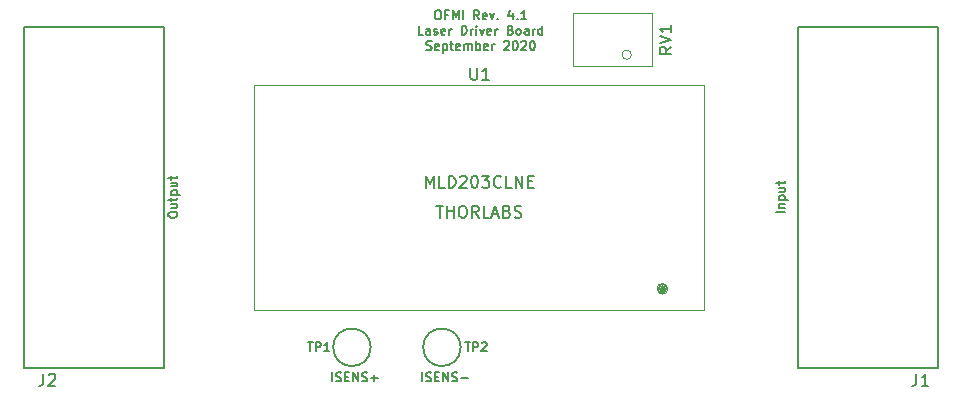
<source format=gbr>
G04 #@! TF.GenerationSoftware,KiCad,Pcbnew,(5.1.5)-3*
G04 #@! TF.CreationDate,2020-09-11T08:26:04-05:00*
G04 #@! TF.ProjectId,laser_driver,6c617365-725f-4647-9269-7665722e6b69,4.1*
G04 #@! TF.SameCoordinates,Original*
G04 #@! TF.FileFunction,Legend,Top*
G04 #@! TF.FilePolarity,Positive*
%FSLAX46Y46*%
G04 Gerber Fmt 4.6, Leading zero omitted, Abs format (unit mm)*
G04 Created by KiCad (PCBNEW (5.1.5)-3) date 2020-09-11 08:26:04*
%MOMM*%
%LPD*%
G04 APERTURE LIST*
%ADD10C,0.190500*%
%ADD11C,0.149860*%
%ADD12C,0.150000*%
%ADD13C,0.200000*%
%ADD14C,0.120000*%
%ADD15C,0.254000*%
G04 APERTURE END LIST*
D10*
X152490714Y-108294714D02*
X152490714Y-107532714D01*
X152817285Y-108258428D02*
X152926142Y-108294714D01*
X153107571Y-108294714D01*
X153180142Y-108258428D01*
X153216428Y-108222142D01*
X153252714Y-108149571D01*
X153252714Y-108077000D01*
X153216428Y-108004428D01*
X153180142Y-107968142D01*
X153107571Y-107931857D01*
X152962428Y-107895571D01*
X152889857Y-107859285D01*
X152853571Y-107823000D01*
X152817285Y-107750428D01*
X152817285Y-107677857D01*
X152853571Y-107605285D01*
X152889857Y-107569000D01*
X152962428Y-107532714D01*
X153143857Y-107532714D01*
X153252714Y-107569000D01*
X153579285Y-107895571D02*
X153833285Y-107895571D01*
X153942142Y-108294714D02*
X153579285Y-108294714D01*
X153579285Y-107532714D01*
X153942142Y-107532714D01*
X154268714Y-108294714D02*
X154268714Y-107532714D01*
X154704142Y-108294714D01*
X154704142Y-107532714D01*
X155030714Y-108258428D02*
X155139571Y-108294714D01*
X155321000Y-108294714D01*
X155393571Y-108258428D01*
X155429857Y-108222142D01*
X155466142Y-108149571D01*
X155466142Y-108077000D01*
X155429857Y-108004428D01*
X155393571Y-107968142D01*
X155321000Y-107931857D01*
X155175857Y-107895571D01*
X155103285Y-107859285D01*
X155067000Y-107823000D01*
X155030714Y-107750428D01*
X155030714Y-107677857D01*
X155067000Y-107605285D01*
X155103285Y-107569000D01*
X155175857Y-107532714D01*
X155357285Y-107532714D01*
X155466142Y-107569000D01*
X155792714Y-108004428D02*
X156373285Y-108004428D01*
X156083000Y-108294714D02*
X156083000Y-107714142D01*
X160110714Y-108294714D02*
X160110714Y-107532714D01*
X160437285Y-108258428D02*
X160546142Y-108294714D01*
X160727571Y-108294714D01*
X160800142Y-108258428D01*
X160836428Y-108222142D01*
X160872714Y-108149571D01*
X160872714Y-108077000D01*
X160836428Y-108004428D01*
X160800142Y-107968142D01*
X160727571Y-107931857D01*
X160582428Y-107895571D01*
X160509857Y-107859285D01*
X160473571Y-107823000D01*
X160437285Y-107750428D01*
X160437285Y-107677857D01*
X160473571Y-107605285D01*
X160509857Y-107569000D01*
X160582428Y-107532714D01*
X160763857Y-107532714D01*
X160872714Y-107569000D01*
X161199285Y-107895571D02*
X161453285Y-107895571D01*
X161562142Y-108294714D02*
X161199285Y-108294714D01*
X161199285Y-107532714D01*
X161562142Y-107532714D01*
X161888714Y-108294714D02*
X161888714Y-107532714D01*
X162324142Y-108294714D01*
X162324142Y-107532714D01*
X162650714Y-108258428D02*
X162759571Y-108294714D01*
X162941000Y-108294714D01*
X163013571Y-108258428D01*
X163049857Y-108222142D01*
X163086142Y-108149571D01*
X163086142Y-108077000D01*
X163049857Y-108004428D01*
X163013571Y-107968142D01*
X162941000Y-107931857D01*
X162795857Y-107895571D01*
X162723285Y-107859285D01*
X162687000Y-107823000D01*
X162650714Y-107750428D01*
X162650714Y-107677857D01*
X162687000Y-107605285D01*
X162723285Y-107569000D01*
X162795857Y-107532714D01*
X162977285Y-107532714D01*
X163086142Y-107569000D01*
X163412714Y-108004428D02*
X163993285Y-108004428D01*
D11*
X138647714Y-94252142D02*
X138647714Y-94107000D01*
X138684000Y-94034428D01*
X138756571Y-93961857D01*
X138901714Y-93925571D01*
X139155714Y-93925571D01*
X139300857Y-93961857D01*
X139373428Y-94034428D01*
X139409714Y-94107000D01*
X139409714Y-94252142D01*
X139373428Y-94324714D01*
X139300857Y-94397285D01*
X139155714Y-94433571D01*
X138901714Y-94433571D01*
X138756571Y-94397285D01*
X138684000Y-94324714D01*
X138647714Y-94252142D01*
X138901714Y-93272428D02*
X139409714Y-93272428D01*
X138901714Y-93599000D02*
X139300857Y-93599000D01*
X139373428Y-93562714D01*
X139409714Y-93490142D01*
X139409714Y-93381285D01*
X139373428Y-93308714D01*
X139337142Y-93272428D01*
X138901714Y-93018428D02*
X138901714Y-92728142D01*
X138647714Y-92909571D02*
X139300857Y-92909571D01*
X139373428Y-92873285D01*
X139409714Y-92800714D01*
X139409714Y-92728142D01*
X138901714Y-92474142D02*
X139663714Y-92474142D01*
X138938000Y-92474142D02*
X138901714Y-92401571D01*
X138901714Y-92256428D01*
X138938000Y-92183857D01*
X138974285Y-92147571D01*
X139046857Y-92111285D01*
X139264571Y-92111285D01*
X139337142Y-92147571D01*
X139373428Y-92183857D01*
X139409714Y-92256428D01*
X139409714Y-92401571D01*
X139373428Y-92474142D01*
X138901714Y-91458142D02*
X139409714Y-91458142D01*
X138901714Y-91784714D02*
X139300857Y-91784714D01*
X139373428Y-91748428D01*
X139409714Y-91675857D01*
X139409714Y-91567000D01*
X139373428Y-91494428D01*
X139337142Y-91458142D01*
X138901714Y-91204142D02*
X138901714Y-90913857D01*
X138647714Y-91095285D02*
X139300857Y-91095285D01*
X139373428Y-91059000D01*
X139409714Y-90986428D01*
X139409714Y-90913857D01*
X190844714Y-93961857D02*
X190082714Y-93961857D01*
X190336714Y-93599000D02*
X190844714Y-93599000D01*
X190409285Y-93599000D02*
X190373000Y-93562714D01*
X190336714Y-93490142D01*
X190336714Y-93381285D01*
X190373000Y-93308714D01*
X190445571Y-93272428D01*
X190844714Y-93272428D01*
X190336714Y-92909571D02*
X191098714Y-92909571D01*
X190373000Y-92909571D02*
X190336714Y-92837000D01*
X190336714Y-92691857D01*
X190373000Y-92619285D01*
X190409285Y-92583000D01*
X190481857Y-92546714D01*
X190699571Y-92546714D01*
X190772142Y-92583000D01*
X190808428Y-92619285D01*
X190844714Y-92691857D01*
X190844714Y-92837000D01*
X190808428Y-92909571D01*
X190336714Y-91893571D02*
X190844714Y-91893571D01*
X190336714Y-92220142D02*
X190735857Y-92220142D01*
X190808428Y-92183857D01*
X190844714Y-92111285D01*
X190844714Y-92002428D01*
X190808428Y-91929857D01*
X190772142Y-91893571D01*
X190336714Y-91639571D02*
X190336714Y-91349285D01*
X190082714Y-91530714D02*
X190735857Y-91530714D01*
X190808428Y-91494428D01*
X190844714Y-91421857D01*
X190844714Y-91349285D01*
D12*
X161391600Y-76890014D02*
X161536742Y-76890014D01*
X161609314Y-76926300D01*
X161681885Y-76998871D01*
X161718171Y-77144014D01*
X161718171Y-77398014D01*
X161681885Y-77543157D01*
X161609314Y-77615728D01*
X161536742Y-77652014D01*
X161391600Y-77652014D01*
X161319028Y-77615728D01*
X161246457Y-77543157D01*
X161210171Y-77398014D01*
X161210171Y-77144014D01*
X161246457Y-76998871D01*
X161319028Y-76926300D01*
X161391600Y-76890014D01*
X162298742Y-77252871D02*
X162044742Y-77252871D01*
X162044742Y-77652014D02*
X162044742Y-76890014D01*
X162407600Y-76890014D01*
X162697885Y-77652014D02*
X162697885Y-76890014D01*
X162951885Y-77434300D01*
X163205885Y-76890014D01*
X163205885Y-77652014D01*
X163568742Y-77652014D02*
X163568742Y-76890014D01*
X164947600Y-77652014D02*
X164693600Y-77289157D01*
X164512171Y-77652014D02*
X164512171Y-76890014D01*
X164802457Y-76890014D01*
X164875028Y-76926300D01*
X164911314Y-76962585D01*
X164947600Y-77035157D01*
X164947600Y-77144014D01*
X164911314Y-77216585D01*
X164875028Y-77252871D01*
X164802457Y-77289157D01*
X164512171Y-77289157D01*
X165564457Y-77615728D02*
X165491885Y-77652014D01*
X165346742Y-77652014D01*
X165274171Y-77615728D01*
X165237885Y-77543157D01*
X165237885Y-77252871D01*
X165274171Y-77180300D01*
X165346742Y-77144014D01*
X165491885Y-77144014D01*
X165564457Y-77180300D01*
X165600742Y-77252871D01*
X165600742Y-77325442D01*
X165237885Y-77398014D01*
X165854742Y-77144014D02*
X166036171Y-77652014D01*
X166217600Y-77144014D01*
X166507885Y-77579442D02*
X166544171Y-77615728D01*
X166507885Y-77652014D01*
X166471600Y-77615728D01*
X166507885Y-77579442D01*
X166507885Y-77652014D01*
X167777885Y-77144014D02*
X167777885Y-77652014D01*
X167596457Y-76853728D02*
X167415028Y-77398014D01*
X167886742Y-77398014D01*
X168177028Y-77579442D02*
X168213314Y-77615728D01*
X168177028Y-77652014D01*
X168140742Y-77615728D01*
X168177028Y-77579442D01*
X168177028Y-77652014D01*
X168939028Y-77652014D02*
X168503600Y-77652014D01*
X168721314Y-77652014D02*
X168721314Y-76890014D01*
X168648742Y-76998871D01*
X168576171Y-77071442D01*
X168503600Y-77107728D01*
X160212314Y-78945014D02*
X159849457Y-78945014D01*
X159849457Y-78183014D01*
X160792885Y-78945014D02*
X160792885Y-78545871D01*
X160756600Y-78473300D01*
X160684028Y-78437014D01*
X160538885Y-78437014D01*
X160466314Y-78473300D01*
X160792885Y-78908728D02*
X160720314Y-78945014D01*
X160538885Y-78945014D01*
X160466314Y-78908728D01*
X160430028Y-78836157D01*
X160430028Y-78763585D01*
X160466314Y-78691014D01*
X160538885Y-78654728D01*
X160720314Y-78654728D01*
X160792885Y-78618442D01*
X161119457Y-78908728D02*
X161192028Y-78945014D01*
X161337171Y-78945014D01*
X161409742Y-78908728D01*
X161446028Y-78836157D01*
X161446028Y-78799871D01*
X161409742Y-78727300D01*
X161337171Y-78691014D01*
X161228314Y-78691014D01*
X161155742Y-78654728D01*
X161119457Y-78582157D01*
X161119457Y-78545871D01*
X161155742Y-78473300D01*
X161228314Y-78437014D01*
X161337171Y-78437014D01*
X161409742Y-78473300D01*
X162062885Y-78908728D02*
X161990314Y-78945014D01*
X161845171Y-78945014D01*
X161772600Y-78908728D01*
X161736314Y-78836157D01*
X161736314Y-78545871D01*
X161772600Y-78473300D01*
X161845171Y-78437014D01*
X161990314Y-78437014D01*
X162062885Y-78473300D01*
X162099171Y-78545871D01*
X162099171Y-78618442D01*
X161736314Y-78691014D01*
X162425742Y-78945014D02*
X162425742Y-78437014D01*
X162425742Y-78582157D02*
X162462028Y-78509585D01*
X162498314Y-78473300D01*
X162570885Y-78437014D01*
X162643457Y-78437014D01*
X163478028Y-78945014D02*
X163478028Y-78183014D01*
X163659457Y-78183014D01*
X163768314Y-78219300D01*
X163840885Y-78291871D01*
X163877171Y-78364442D01*
X163913457Y-78509585D01*
X163913457Y-78618442D01*
X163877171Y-78763585D01*
X163840885Y-78836157D01*
X163768314Y-78908728D01*
X163659457Y-78945014D01*
X163478028Y-78945014D01*
X164240028Y-78945014D02*
X164240028Y-78437014D01*
X164240028Y-78582157D02*
X164276314Y-78509585D01*
X164312600Y-78473300D01*
X164385171Y-78437014D01*
X164457742Y-78437014D01*
X164711742Y-78945014D02*
X164711742Y-78437014D01*
X164711742Y-78183014D02*
X164675457Y-78219300D01*
X164711742Y-78255585D01*
X164748028Y-78219300D01*
X164711742Y-78183014D01*
X164711742Y-78255585D01*
X165002028Y-78437014D02*
X165183457Y-78945014D01*
X165364885Y-78437014D01*
X165945457Y-78908728D02*
X165872885Y-78945014D01*
X165727742Y-78945014D01*
X165655171Y-78908728D01*
X165618885Y-78836157D01*
X165618885Y-78545871D01*
X165655171Y-78473300D01*
X165727742Y-78437014D01*
X165872885Y-78437014D01*
X165945457Y-78473300D01*
X165981742Y-78545871D01*
X165981742Y-78618442D01*
X165618885Y-78691014D01*
X166308314Y-78945014D02*
X166308314Y-78437014D01*
X166308314Y-78582157D02*
X166344600Y-78509585D01*
X166380885Y-78473300D01*
X166453457Y-78437014D01*
X166526028Y-78437014D01*
X167614600Y-78545871D02*
X167723457Y-78582157D01*
X167759742Y-78618442D01*
X167796028Y-78691014D01*
X167796028Y-78799871D01*
X167759742Y-78872442D01*
X167723457Y-78908728D01*
X167650885Y-78945014D01*
X167360600Y-78945014D01*
X167360600Y-78183014D01*
X167614600Y-78183014D01*
X167687171Y-78219300D01*
X167723457Y-78255585D01*
X167759742Y-78328157D01*
X167759742Y-78400728D01*
X167723457Y-78473300D01*
X167687171Y-78509585D01*
X167614600Y-78545871D01*
X167360600Y-78545871D01*
X168231457Y-78945014D02*
X168158885Y-78908728D01*
X168122600Y-78872442D01*
X168086314Y-78799871D01*
X168086314Y-78582157D01*
X168122600Y-78509585D01*
X168158885Y-78473300D01*
X168231457Y-78437014D01*
X168340314Y-78437014D01*
X168412885Y-78473300D01*
X168449171Y-78509585D01*
X168485457Y-78582157D01*
X168485457Y-78799871D01*
X168449171Y-78872442D01*
X168412885Y-78908728D01*
X168340314Y-78945014D01*
X168231457Y-78945014D01*
X169138600Y-78945014D02*
X169138600Y-78545871D01*
X169102314Y-78473300D01*
X169029742Y-78437014D01*
X168884600Y-78437014D01*
X168812028Y-78473300D01*
X169138600Y-78908728D02*
X169066028Y-78945014D01*
X168884600Y-78945014D01*
X168812028Y-78908728D01*
X168775742Y-78836157D01*
X168775742Y-78763585D01*
X168812028Y-78691014D01*
X168884600Y-78654728D01*
X169066028Y-78654728D01*
X169138600Y-78618442D01*
X169501457Y-78945014D02*
X169501457Y-78437014D01*
X169501457Y-78582157D02*
X169537742Y-78509585D01*
X169574028Y-78473300D01*
X169646600Y-78437014D01*
X169719171Y-78437014D01*
X170299742Y-78945014D02*
X170299742Y-78183014D01*
X170299742Y-78908728D02*
X170227171Y-78945014D01*
X170082028Y-78945014D01*
X170009457Y-78908728D01*
X169973171Y-78872442D01*
X169936885Y-78799871D01*
X169936885Y-78582157D01*
X169973171Y-78509585D01*
X170009457Y-78473300D01*
X170082028Y-78437014D01*
X170227171Y-78437014D01*
X170299742Y-78473300D01*
X160484457Y-80201728D02*
X160593314Y-80238014D01*
X160774742Y-80238014D01*
X160847314Y-80201728D01*
X160883600Y-80165442D01*
X160919885Y-80092871D01*
X160919885Y-80020300D01*
X160883600Y-79947728D01*
X160847314Y-79911442D01*
X160774742Y-79875157D01*
X160629600Y-79838871D01*
X160557028Y-79802585D01*
X160520742Y-79766300D01*
X160484457Y-79693728D01*
X160484457Y-79621157D01*
X160520742Y-79548585D01*
X160557028Y-79512300D01*
X160629600Y-79476014D01*
X160811028Y-79476014D01*
X160919885Y-79512300D01*
X161536742Y-80201728D02*
X161464171Y-80238014D01*
X161319028Y-80238014D01*
X161246457Y-80201728D01*
X161210171Y-80129157D01*
X161210171Y-79838871D01*
X161246457Y-79766300D01*
X161319028Y-79730014D01*
X161464171Y-79730014D01*
X161536742Y-79766300D01*
X161573028Y-79838871D01*
X161573028Y-79911442D01*
X161210171Y-79984014D01*
X161899600Y-79730014D02*
X161899600Y-80492014D01*
X161899600Y-79766300D02*
X161972171Y-79730014D01*
X162117314Y-79730014D01*
X162189885Y-79766300D01*
X162226171Y-79802585D01*
X162262457Y-79875157D01*
X162262457Y-80092871D01*
X162226171Y-80165442D01*
X162189885Y-80201728D01*
X162117314Y-80238014D01*
X161972171Y-80238014D01*
X161899600Y-80201728D01*
X162480171Y-79730014D02*
X162770457Y-79730014D01*
X162589028Y-79476014D02*
X162589028Y-80129157D01*
X162625314Y-80201728D01*
X162697885Y-80238014D01*
X162770457Y-80238014D01*
X163314742Y-80201728D02*
X163242171Y-80238014D01*
X163097028Y-80238014D01*
X163024457Y-80201728D01*
X162988171Y-80129157D01*
X162988171Y-79838871D01*
X163024457Y-79766300D01*
X163097028Y-79730014D01*
X163242171Y-79730014D01*
X163314742Y-79766300D01*
X163351028Y-79838871D01*
X163351028Y-79911442D01*
X162988171Y-79984014D01*
X163677600Y-80238014D02*
X163677600Y-79730014D01*
X163677600Y-79802585D02*
X163713885Y-79766300D01*
X163786457Y-79730014D01*
X163895314Y-79730014D01*
X163967885Y-79766300D01*
X164004171Y-79838871D01*
X164004171Y-80238014D01*
X164004171Y-79838871D02*
X164040457Y-79766300D01*
X164113028Y-79730014D01*
X164221885Y-79730014D01*
X164294457Y-79766300D01*
X164330742Y-79838871D01*
X164330742Y-80238014D01*
X164693600Y-80238014D02*
X164693600Y-79476014D01*
X164693600Y-79766300D02*
X164766171Y-79730014D01*
X164911314Y-79730014D01*
X164983885Y-79766300D01*
X165020171Y-79802585D01*
X165056457Y-79875157D01*
X165056457Y-80092871D01*
X165020171Y-80165442D01*
X164983885Y-80201728D01*
X164911314Y-80238014D01*
X164766171Y-80238014D01*
X164693600Y-80201728D01*
X165673314Y-80201728D02*
X165600742Y-80238014D01*
X165455600Y-80238014D01*
X165383028Y-80201728D01*
X165346742Y-80129157D01*
X165346742Y-79838871D01*
X165383028Y-79766300D01*
X165455600Y-79730014D01*
X165600742Y-79730014D01*
X165673314Y-79766300D01*
X165709600Y-79838871D01*
X165709600Y-79911442D01*
X165346742Y-79984014D01*
X166036171Y-80238014D02*
X166036171Y-79730014D01*
X166036171Y-79875157D02*
X166072457Y-79802585D01*
X166108742Y-79766300D01*
X166181314Y-79730014D01*
X166253885Y-79730014D01*
X167052171Y-79548585D02*
X167088457Y-79512300D01*
X167161028Y-79476014D01*
X167342457Y-79476014D01*
X167415028Y-79512300D01*
X167451314Y-79548585D01*
X167487600Y-79621157D01*
X167487600Y-79693728D01*
X167451314Y-79802585D01*
X167015885Y-80238014D01*
X167487600Y-80238014D01*
X167959314Y-79476014D02*
X168031885Y-79476014D01*
X168104457Y-79512300D01*
X168140742Y-79548585D01*
X168177028Y-79621157D01*
X168213314Y-79766300D01*
X168213314Y-79947728D01*
X168177028Y-80092871D01*
X168140742Y-80165442D01*
X168104457Y-80201728D01*
X168031885Y-80238014D01*
X167959314Y-80238014D01*
X167886742Y-80201728D01*
X167850457Y-80165442D01*
X167814171Y-80092871D01*
X167777885Y-79947728D01*
X167777885Y-79766300D01*
X167814171Y-79621157D01*
X167850457Y-79548585D01*
X167886742Y-79512300D01*
X167959314Y-79476014D01*
X168503600Y-79548585D02*
X168539885Y-79512300D01*
X168612457Y-79476014D01*
X168793885Y-79476014D01*
X168866457Y-79512300D01*
X168902742Y-79548585D01*
X168939028Y-79621157D01*
X168939028Y-79693728D01*
X168902742Y-79802585D01*
X168467314Y-80238014D01*
X168939028Y-80238014D01*
X169410742Y-79476014D02*
X169483314Y-79476014D01*
X169555885Y-79512300D01*
X169592171Y-79548585D01*
X169628457Y-79621157D01*
X169664742Y-79766300D01*
X169664742Y-79947728D01*
X169628457Y-80092871D01*
X169592171Y-80165442D01*
X169555885Y-80201728D01*
X169483314Y-80238014D01*
X169410742Y-80238014D01*
X169338171Y-80201728D01*
X169301885Y-80165442D01*
X169265600Y-80092871D01*
X169229314Y-79947728D01*
X169229314Y-79766300D01*
X169265600Y-79621157D01*
X169301885Y-79548585D01*
X169338171Y-79512300D01*
X169410742Y-79476014D01*
D13*
X191906000Y-107130000D02*
X203777000Y-107130000D01*
X203777000Y-107130000D02*
X203777000Y-78290000D01*
X203777000Y-78290000D02*
X191906000Y-78290000D01*
X191906000Y-78290000D02*
X191906000Y-107130000D01*
X138294000Y-107130000D02*
X138294000Y-78290000D01*
X126423000Y-107130000D02*
X138294000Y-107130000D01*
X126423000Y-78290000D02*
X126423000Y-107130000D01*
X138294000Y-78290000D02*
X126423000Y-78290000D01*
D14*
X179578000Y-81597500D02*
X172872400Y-81597500D01*
X172872400Y-77076300D02*
X179578000Y-77076300D01*
X179578000Y-77076300D02*
X179578000Y-81597500D01*
X172872400Y-81597500D02*
X172872400Y-77076300D01*
X177841161Y-80632300D02*
G75*
G03X177841161Y-80632300I-396761J0D01*
G01*
D12*
X155768000Y-105410000D02*
G75*
G03X155768000Y-105410000I-1590000J0D01*
G01*
X163388000Y-105410000D02*
G75*
G03X163388000Y-105410000I-1590000J0D01*
G01*
D14*
X184023000Y-102235000D02*
X184023000Y-83185000D01*
X184023000Y-83185000D02*
X145923000Y-83185000D01*
X145923000Y-83185000D02*
X145923000Y-102235000D01*
X145923000Y-102235000D02*
X184023000Y-102235000D01*
X180924905Y-100457000D02*
G75*
G03X180924905Y-100457000I-457905J0D01*
G01*
X180826210Y-100457000D02*
G75*
G03X180826210Y-100457000I-359210J0D01*
G01*
X180721000Y-100457000D02*
G75*
G03X180721000Y-100457000I-254000J0D01*
G01*
D15*
X180594000Y-100457000D02*
G75*
G03X180594000Y-100457000I-127000J0D01*
G01*
D11*
X201977667Y-107656382D02*
X201977667Y-108370666D01*
X201930048Y-108513523D01*
X201834810Y-108608761D01*
X201691953Y-108656380D01*
X201596715Y-108656380D01*
X202977665Y-108656380D02*
X202406237Y-108656380D01*
X202691951Y-108656380D02*
X202691951Y-107656382D01*
X202596713Y-107799238D01*
X202501475Y-107894476D01*
X202406237Y-107942095D01*
X128063667Y-107656382D02*
X128063667Y-108370666D01*
X128016048Y-108513523D01*
X127920810Y-108608761D01*
X127777953Y-108656380D01*
X127682715Y-108656380D01*
X128492237Y-107751619D02*
X128539856Y-107704001D01*
X128635094Y-107656382D01*
X128873189Y-107656382D01*
X128968427Y-107704001D01*
X129016046Y-107751619D01*
X129063665Y-107846857D01*
X129063665Y-107942095D01*
X129016046Y-108084952D01*
X128444618Y-108656380D01*
X129063665Y-108656380D01*
D12*
X181236880Y-79970238D02*
X180760690Y-80303571D01*
X181236880Y-80541666D02*
X180236880Y-80541666D01*
X180236880Y-80160714D01*
X180284500Y-80065476D01*
X180332119Y-80017857D01*
X180427357Y-79970238D01*
X180570214Y-79970238D01*
X180665452Y-80017857D01*
X180713071Y-80065476D01*
X180760690Y-80160714D01*
X180760690Y-80541666D01*
X180236880Y-79684523D02*
X181236880Y-79351190D01*
X180236880Y-79017857D01*
X181236880Y-78160714D02*
X181236880Y-78732142D01*
X181236880Y-78446428D02*
X180236880Y-78446428D01*
X180379738Y-78541666D01*
X180474976Y-78636904D01*
X180522595Y-78732142D01*
X150422428Y-104992714D02*
X150857857Y-104992714D01*
X150640142Y-105754714D02*
X150640142Y-104992714D01*
X151111857Y-105754714D02*
X151111857Y-104992714D01*
X151402142Y-104992714D01*
X151474714Y-105029000D01*
X151511000Y-105065285D01*
X151547285Y-105137857D01*
X151547285Y-105246714D01*
X151511000Y-105319285D01*
X151474714Y-105355571D01*
X151402142Y-105391857D01*
X151111857Y-105391857D01*
X152273000Y-105754714D02*
X151837571Y-105754714D01*
X152055285Y-105754714D02*
X152055285Y-104992714D01*
X151982714Y-105101571D01*
X151910142Y-105174142D01*
X151837571Y-105210428D01*
X163757428Y-104992714D02*
X164192857Y-104992714D01*
X163975142Y-105754714D02*
X163975142Y-104992714D01*
X164446857Y-105754714D02*
X164446857Y-104992714D01*
X164737142Y-104992714D01*
X164809714Y-105029000D01*
X164846000Y-105065285D01*
X164882285Y-105137857D01*
X164882285Y-105246714D01*
X164846000Y-105319285D01*
X164809714Y-105355571D01*
X164737142Y-105391857D01*
X164446857Y-105391857D01*
X165172571Y-105065285D02*
X165208857Y-105029000D01*
X165281428Y-104992714D01*
X165462857Y-104992714D01*
X165535428Y-105029000D01*
X165571714Y-105065285D01*
X165608000Y-105137857D01*
X165608000Y-105210428D01*
X165571714Y-105319285D01*
X165136285Y-105754714D01*
X165608000Y-105754714D01*
X164211095Y-81748380D02*
X164211095Y-82557904D01*
X164258714Y-82653142D01*
X164306333Y-82700761D01*
X164401571Y-82748380D01*
X164592047Y-82748380D01*
X164687285Y-82700761D01*
X164734904Y-82653142D01*
X164782523Y-82557904D01*
X164782523Y-81748380D01*
X165782523Y-82748380D02*
X165211095Y-82748380D01*
X165496809Y-82748380D02*
X165496809Y-81748380D01*
X165401571Y-81891238D01*
X165306333Y-81986476D01*
X165211095Y-82034095D01*
X161330142Y-93432380D02*
X161901571Y-93432380D01*
X161615857Y-94432380D02*
X161615857Y-93432380D01*
X162234904Y-94432380D02*
X162234904Y-93432380D01*
X162234904Y-93908571D02*
X162806333Y-93908571D01*
X162806333Y-94432380D02*
X162806333Y-93432380D01*
X163473000Y-93432380D02*
X163663476Y-93432380D01*
X163758714Y-93480000D01*
X163853952Y-93575238D01*
X163901571Y-93765714D01*
X163901571Y-94099047D01*
X163853952Y-94289523D01*
X163758714Y-94384761D01*
X163663476Y-94432380D01*
X163473000Y-94432380D01*
X163377761Y-94384761D01*
X163282523Y-94289523D01*
X163234904Y-94099047D01*
X163234904Y-93765714D01*
X163282523Y-93575238D01*
X163377761Y-93480000D01*
X163473000Y-93432380D01*
X164901571Y-94432380D02*
X164568238Y-93956190D01*
X164330142Y-94432380D02*
X164330142Y-93432380D01*
X164711095Y-93432380D01*
X164806333Y-93480000D01*
X164853952Y-93527619D01*
X164901571Y-93622857D01*
X164901571Y-93765714D01*
X164853952Y-93860952D01*
X164806333Y-93908571D01*
X164711095Y-93956190D01*
X164330142Y-93956190D01*
X165806333Y-94432380D02*
X165330142Y-94432380D01*
X165330142Y-93432380D01*
X166092047Y-94146666D02*
X166568238Y-94146666D01*
X165996809Y-94432380D02*
X166330142Y-93432380D01*
X166663476Y-94432380D01*
X167330142Y-93908571D02*
X167473000Y-93956190D01*
X167520619Y-94003809D01*
X167568238Y-94099047D01*
X167568238Y-94241904D01*
X167520619Y-94337142D01*
X167473000Y-94384761D01*
X167377761Y-94432380D01*
X166996809Y-94432380D01*
X166996809Y-93432380D01*
X167330142Y-93432380D01*
X167425380Y-93480000D01*
X167473000Y-93527619D01*
X167520619Y-93622857D01*
X167520619Y-93718095D01*
X167473000Y-93813333D01*
X167425380Y-93860952D01*
X167330142Y-93908571D01*
X166996809Y-93908571D01*
X167949190Y-94384761D02*
X168092047Y-94432380D01*
X168330142Y-94432380D01*
X168425380Y-94384761D01*
X168473000Y-94337142D01*
X168520619Y-94241904D01*
X168520619Y-94146666D01*
X168473000Y-94051428D01*
X168425380Y-94003809D01*
X168330142Y-93956190D01*
X168139666Y-93908571D01*
X168044428Y-93860952D01*
X167996809Y-93813333D01*
X167949190Y-93718095D01*
X167949190Y-93622857D01*
X167996809Y-93527619D01*
X168044428Y-93480000D01*
X168139666Y-93432380D01*
X168377761Y-93432380D01*
X168520619Y-93480000D01*
X160425380Y-91892380D02*
X160425380Y-90892380D01*
X160758714Y-91606666D01*
X161092047Y-90892380D01*
X161092047Y-91892380D01*
X162044428Y-91892380D02*
X161568238Y-91892380D01*
X161568238Y-90892380D01*
X162377761Y-91892380D02*
X162377761Y-90892380D01*
X162615857Y-90892380D01*
X162758714Y-90940000D01*
X162853952Y-91035238D01*
X162901571Y-91130476D01*
X162949190Y-91320952D01*
X162949190Y-91463809D01*
X162901571Y-91654285D01*
X162853952Y-91749523D01*
X162758714Y-91844761D01*
X162615857Y-91892380D01*
X162377761Y-91892380D01*
X163330142Y-90987619D02*
X163377761Y-90940000D01*
X163473000Y-90892380D01*
X163711095Y-90892380D01*
X163806333Y-90940000D01*
X163853952Y-90987619D01*
X163901571Y-91082857D01*
X163901571Y-91178095D01*
X163853952Y-91320952D01*
X163282523Y-91892380D01*
X163901571Y-91892380D01*
X164520619Y-90892380D02*
X164615857Y-90892380D01*
X164711095Y-90940000D01*
X164758714Y-90987619D01*
X164806333Y-91082857D01*
X164853952Y-91273333D01*
X164853952Y-91511428D01*
X164806333Y-91701904D01*
X164758714Y-91797142D01*
X164711095Y-91844761D01*
X164615857Y-91892380D01*
X164520619Y-91892380D01*
X164425380Y-91844761D01*
X164377761Y-91797142D01*
X164330142Y-91701904D01*
X164282523Y-91511428D01*
X164282523Y-91273333D01*
X164330142Y-91082857D01*
X164377761Y-90987619D01*
X164425380Y-90940000D01*
X164520619Y-90892380D01*
X165187285Y-90892380D02*
X165806333Y-90892380D01*
X165473000Y-91273333D01*
X165615857Y-91273333D01*
X165711095Y-91320952D01*
X165758714Y-91368571D01*
X165806333Y-91463809D01*
X165806333Y-91701904D01*
X165758714Y-91797142D01*
X165711095Y-91844761D01*
X165615857Y-91892380D01*
X165330142Y-91892380D01*
X165234904Y-91844761D01*
X165187285Y-91797142D01*
X166806333Y-91797142D02*
X166758714Y-91844761D01*
X166615857Y-91892380D01*
X166520619Y-91892380D01*
X166377761Y-91844761D01*
X166282523Y-91749523D01*
X166234904Y-91654285D01*
X166187285Y-91463809D01*
X166187285Y-91320952D01*
X166234904Y-91130476D01*
X166282523Y-91035238D01*
X166377761Y-90940000D01*
X166520619Y-90892380D01*
X166615857Y-90892380D01*
X166758714Y-90940000D01*
X166806333Y-90987619D01*
X167711095Y-91892380D02*
X167234904Y-91892380D01*
X167234904Y-90892380D01*
X168044428Y-91892380D02*
X168044428Y-90892380D01*
X168615857Y-91892380D01*
X168615857Y-90892380D01*
X169092047Y-91368571D02*
X169425380Y-91368571D01*
X169568238Y-91892380D02*
X169092047Y-91892380D01*
X169092047Y-90892380D01*
X169568238Y-90892380D01*
M02*

</source>
